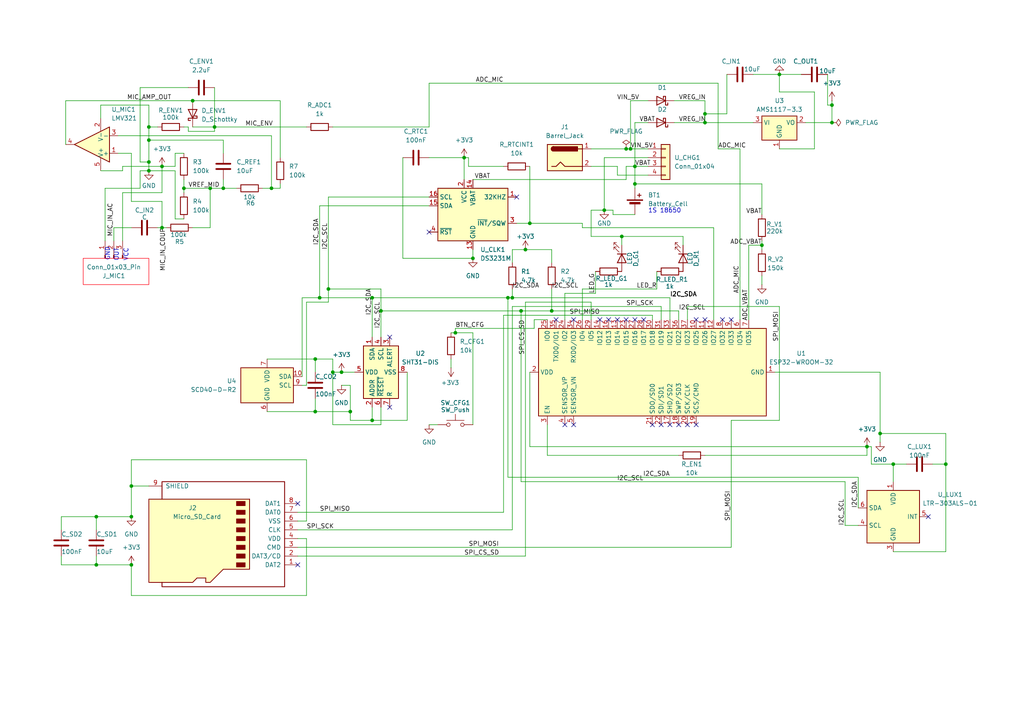
<source format=kicad_sch>
(kicad_sch (version 20250114) (generator "eeschema") (generator_version "9.0")
  (paper "A4")
  (lib_symbols
    (symbol "Amplifier_Operational:LMV321" (pin_names (offset 0.127))
      (property "Reference" "U" (at 0 5.08 0))
      (property "Value" "LMV321" (at 0 -5.08 0))
      (symbol "LMV321_0_1"
        (pin power_in line (at -2.54 7.62 270) (length 3.81) (name "V+") (number "5"))
        (pin power_in line (at -2.54 -7.62 90) (length 3.81) (name "V-") (number "2"))
      )
      (symbol "LMV321_1_1"
        (pin input line (at -7.62 2.54 0) (length 2.54) (name "+") (number "1"))
        (pin input line (at -7.62 -2.54 0) (length 2.54) (name "-") (number "3"))
        (pin output line (at 7.62 0 180) (length 2.54) (name "~") (number "4"))
      )
    )
    (symbol "Connector:Barrel_Jack" (pin_names (offset 1.016))
      (property "Reference" "J" (at 0 5.334 0))
      (property "Value" "Barrel_Jack" (at 0 -5.08 0))
      (symbol "Barrel_Jack_1_1"
        (pin passive line (at 7.62 2.54 180) (length 2.54) (name "~") (number "1"))
        (pin passive line (at 7.62 -2.54 180) (length 2.54) (name "~") (number "2"))
      )
    )
    (symbol "Connector:Conn_01x03_Pin" (pin_names (offset 1.016) (hide yes))
      (property "Reference" "J" (at 0 5.08 0))
      (property "Value" "Conn_01x03_Pin" (at 0 -5.08 0))
      (symbol "Conn_01x03_Pin_1_1"
        (pin passive line (at 5.08 2.54 180) (length 3.81) (name "Pin_1") (number "1"))
        (pin passive line (at 5.08 0 180) (length 3.81) (name "Pin_2") (number "2"))
        (pin passive line (at 5.08 -2.54 180) (length 3.81) (name "Pin_3") (number "3"))
      )
    )
    (symbol "Connector:Micro_SD_Card" (pin_names (offset 1.016))
      (property "Reference" "J" (at -16.51 15.24 0))
      (property "Value" "Micro_SD_Card" (at 16.51 15.24 0))
      (symbol "Micro_SD_Card_1_1"
        (pin bidirectional line (at -22.86 7.62 0) (length 3.81) (name "DAT2") (number "1"))
        (pin bidirectional line (at -22.86 5.08 0) (length 3.81) (name "DAT3/CD") (number "2"))
        (pin input line (at -22.86 2.54 0) (length 3.81) (name "CMD") (number "3"))
        (pin power_in line (at -22.86 0 0) (length 3.81) (name "VDD") (number "4"))
        (pin input line (at -22.86 -2.54 0) (length 3.81) (name "CLK") (number "5"))
        (pin power_in line (at -22.86 -5.08 0) (length 3.81) (name "VSS") (number "6"))
        (pin bidirectional line (at -22.86 -7.62 0) (length 3.81) (name "DAT0") (number "7"))
        (pin bidirectional line (at -22.86 -10.16 0) (length 3.81) (name "DAT1") (number "8"))
        (pin passive line (at 20.32 -15.24 180) (length 3.81) (name "SHIELD") (number "9"))
      )
    )
    (symbol "Connector_Generic:Conn_01x04" (pin_names (offset 1.016) (hide yes))
      (property "Reference" "J" (at 0 5.08 0))
      (property "Value" "Conn_01x04" (at 0 -7.62 0))
      (symbol "Conn_01x04_1_1"
        (pin passive line (at -5.08 2.54 0) (length 3.81) (name "Pin_1") (number "1"))
        (pin passive line (at -5.08 0 0) (length 3.81) (name "Pin_2") (number "2"))
        (pin passive line (at -5.08 -2.54 0) (length 3.81) (name "Pin_3") (number "3"))
        (pin passive line (at -5.08 -5.08 0) (length 3.81) (name "Pin_4") (number "4"))
      )
    )
    (symbol "Device:Battery_Cell" (pin_numbers (hide yes)) (pin_names (offset 0) (hide yes))
      (property "Reference" "BT" (at 2.54 2.54 0))
      (property "Value" "Battery_Cell" (at 2.54 0 0))
      (symbol "Battery_Cell_1_1"
        (pin passive line (at 0 5.08 270) (length 2.54) (name "+") (number "1"))
        (pin passive line (at 0 -2.54 90) (length 2.54) (name "-") (number "2"))
      )
    )
    (symbol "Device:C" (pin_numbers (hide yes)) (pin_names (offset 0.254))
      (property "Reference" "C" (at 0.635 2.54 0))
      (property "Value" "C" (at 0.635 -2.54 0))
      (symbol "C_1_1"
        (pin passive line (at 0 3.81 270) (length 2.794) (name "~") (number "1"))
        (pin passive line (at 0 -3.81 90) (length 2.794) (name "~") (number "2"))
      )
    )
    (symbol "Device:D_Schottky" (pin_numbers (hide yes)) (pin_names (offset 1.016) (hide yes))
      (property "Reference" "D" (at 0 2.54 0))
      (property "Value" "D_Schottky" (at 0 -2.54 0))
      (symbol "D_Schottky_1_1"
        (pin passive line (at -3.81 0 0) (length 2.54) (name "K") (number "1"))
        (pin passive line (at 3.81 0 180) (length 2.54) (name "A") (number "2"))
      )
    )
    (symbol "Device:LED" (pin_numbers (hide yes)) (pin_names (offset 1.016) (hide yes))
      (property "Reference" "D" (at 0 2.54 0))
      (property "Value" "LED" (at 0 -2.54 0))
      (symbol "LED_1_1"
        (pin passive line (at -3.81 0 0) (length 2.54) (name "K") (number "1"))
        (pin passive line (at 3.81 0 180) (length 2.54) (name "A") (number "2"))
      )
    )
    (symbol "Device:R" (pin_numbers (hide yes)) (pin_names (offset 0))
      (property "Reference" "R" (at 2.032 0 90))
      (property "Value" "R" (at 0 0 90))
      (symbol "R_1_1"
        (pin passive line (at 0 3.81 270) (length 1.27) (name "~") (number "1"))
        (pin passive line (at 0 -3.81 90) (length 1.27) (name "~") (number "2"))
      )
    )
    (symbol "RF_Module:ESP32-WROOM-32"
      (property "Reference" "U" (at -12.7 34.29 0))
      (property "Value" "ESP32-WROOM-32" (at 1.27 34.29 0))
      (symbol "ESP32-WROOM-32_1_1"
        (pin input line (at -15.24 30.48 0) (length 2.54) (name "EN") (number "3"))
        (pin input line (at -15.24 25.4 0) (length 2.54) (name "SENSOR_VP") (number "4"))
        (pin input line (at -15.24 22.86 0) (length 2.54) (name "SENSOR_VN") (number "5"))
        (pin bidirectional line (at -15.24 0 0) (length 2.54) (name "SDO/SD0") (number "21"))
        (pin bidirectional line (at -15.24 -2.54 0) (length 2.54) (name "SDI/SD1") (number "22"))
        (pin bidirectional line (at -15.24 -5.08 0) (length 2.54) (name "SHD/SD2") (number "17"))
        (pin bidirectional line (at -15.24 -7.62 0) (length 2.54) (name "SWP/SD3") (number "18"))
        (pin bidirectional line (at -15.24 -10.16 0) (length 2.54) (name "SCK/CLK") (number "20"))
        (pin bidirectional line (at -15.24 -12.7 0) (length 2.54) (name "SCS/CMD") (number "19"))
        (pin no_connect line (at -12.7 -27.94 0) (length 2.54) (hide yes) (name "NC") (number "32"))
        (pin power_in line (at 0 35.56 270) (length 2.54) (name "VDD") (number "2"))
        (pin power_in line (at 0 -35.56 90) (length 2.54) (name "GND") (number "1"))
        (pin passive line (at 0 -35.56 90) (length 2.54) (hide yes) (name "GND") (number "15"))
        (pin passive line (at 0 -35.56 90) (length 2.54) (hide yes) (name "GND") (number "38"))
        (pin passive line (at 0 -35.56 90) (length 2.54) (hide yes) (name "GND") (number "39"))
        (pin bidirectional line (at 15.24 30.48 180) (length 2.54) (name "IO0") (number "25"))
        (pin bidirectional line (at 15.24 27.94 180) (length 2.54) (name "TXD0/IO1") (number "35"))
        (pin bidirectional line (at 15.24 25.4 180) (length 2.54) (name "IO2") (number "24"))
        (pin bidirectional line (at 15.24 22.86 180) (length 2.54) (name "RXD0/IO3") (number "34"))
        (pin bidirectional line (at 15.24 20.32 180) (length 2.54) (name "IO4") (number "26"))
        (pin bidirectional line (at 15.24 17.78 180) (length 2.54) (name "IO5") (number "29"))
        (pin bidirectional line (at 15.24 15.24 180) (length 2.54) (name "IO12") (number "14"))
        (pin bidirectional line (at 15.24 12.7 180) (length 2.54) (name "IO13") (number "16"))
        (pin bidirectional line (at 15.24 10.16 180) (length 2.54) (name "IO14") (number "13"))
        (pin bidirectional line (at 15.24 7.62 180) (length 2.54) (name "IO15") (number "23"))
        (pin bidirectional line (at 15.24 5.08 180) (length 2.54) (name "IO16") (number "27"))
        (pin bidirectional line (at 15.24 2.54 180) (length 2.54) (name "IO17") (number "28"))
        (pin bidirectional line (at 15.24 0 180) (length 2.54) (name "IO18") (number "30"))
        (pin bidirectional line (at 15.24 -2.54 180) (length 2.54) (name "IO19") (number "31"))
        (pin bidirectional line (at 15.24 -5.08 180) (length 2.54) (name "IO21") (number "33"))
        (pin bidirectional line (at 15.24 -7.62 180) (length 2.54) (name "IO22") (number "36"))
        (pin bidirectional line (at 15.24 -10.16 180) (length 2.54) (name "IO23") (number "37"))
        (pin bidirectional line (at 15.24 -12.7 180) (length 2.54) (name "IO25") (number "10"))
        (pin bidirectional line (at 15.24 -15.24 180) (length 2.54) (name "IO26") (number "11"))
        (pin bidirectional line (at 15.24 -17.78 180) (length 2.54) (name "IO27") (number "12"))
        (pin bidirectional line (at 15.24 -20.32 180) (length 2.54) (name "IO32") (number "8"))
        (pin bidirectional line (at 15.24 -22.86 180) (length 2.54) (name "IO33") (number "9"))
        (pin input line (at 15.24 -25.4 180) (length 2.54) (name "IO34") (number "6"))
        (pin input line (at 15.24 -27.94 180) (length 2.54) (name "IO35") (number "7"))
      )
    )
    (symbol "Regulator_Linear:AMS1117-3.3"
      (property "Reference" "U" (at -3.81 3.175 0))
      (property "Value" "AMS1117-3.3" (at 0 3.175 0))
      (symbol "AMS1117-3.3_1_1"
        (pin power_in line (at -7.62 0 0) (length 2.54) (name "VI") (number "3"))
        (pin power_in line (at 0 -7.62 90) (length 2.54) (name "GND") (number "1"))
        (pin power_out line (at 7.62 0 180) (length 2.54) (name "VO") (number "2"))
      )
    )
    (symbol "Sensor_Gas:SCD40-D-R2"
      (property "Reference" "U" (at -7.62 6.35 0))
      (property "Value" "SCD40-D-R2" (at 6.985 6.35 0))
      (symbol "SCD40-D-R2_1_1"
        (pin passive line (at 0 7.62 270) (length 2.54) (hide yes) (name "VDD") (number "19"))
        (pin power_in line (at 0 7.62 270) (length 2.54) (name "VDD") (number "7"))
        (pin passive line (at 0 -7.62 90) (length 2.54) (hide yes) (name "GND") (number "20"))
        (pin passive line (at 0 -7.62 90) (length 2.54) (hide yes) (name "GND") (number "21"))
        (pin power_in line (at 0 -7.62 90) (length 2.54) (name "GND") (number "6"))
        (pin bidirectional line (at 10.16 2.54 180) (length 2.54) (name "SDA") (number "10"))
        (pin input line (at 10.16 0 180) (length 2.54) (name "SCL") (number "9"))
      )
    )
    (symbol "Sensor_Humidity:SHT31-DIS"
      (property "Reference" "U" (at -6.35 6.35 0))
      (property "Value" "SHT31-DIS" (at 6.35 6.35 0))
      (symbol "SHT31-DIS_1_1"
        (pin input line (at -10.16 2.54 0) (length 2.54) (name "ADDR") (number "2"))
        (pin input line (at -10.16 0 0) (length 2.54) (name "~{RESET}") (number "6"))
        (pin passive line (at -10.16 -2.54 0) (length 2.54) (name "R") (number "7"))
        (pin power_in line (at 0 7.62 270) (length 2.54) (name "VDD") (number "5"))
        (pin power_in line (at 0 -7.62 90) (length 2.54) (name "VSS") (number "8"))
        (pin passive line (at 0 -7.62 90) (length 2.54) (hide yes) (name "VSS") (number "9"))
        (pin bidirectional line (at 10.16 2.54 180) (length 2.54) (name "SDA") (number "1"))
        (pin input line (at 10.16 0 180) (length 2.54) (name "SCL") (number "4"))
        (pin output line (at 10.16 -2.54 180) (length 2.54) (name "ALERT") (number "3"))
      )
    )
    (symbol "Sensor_Optical:LTR-303ALS-01"
      (property "Reference" "U" (at -7.62 8.89 0))
      (property "Value" "LTR-303ALS-01" (at 1.27 8.89 0))
      (symbol "LTR-303ALS-01_1_1"
        (pin bidirectional line (at -10.16 2.54 0) (length 2.54) (name "SDA") (number "6"))
        (pin input line (at -10.16 -2.54 0) (length 2.54) (name "SCL") (number "4"))
        (pin power_in line (at 0 10.16 270) (length 2.54) (name "VDD") (number "1"))
        (pin power_in line (at 0 -10.16 90) (length 2.54) (name "GND") (number "3"))
        (pin no_connect line (at 7.62 -2.54 180) (length 2.54) (hide yes) (name "NC") (number "2"))
        (pin open_collector line (at 10.16 0 180) (length 2.54) (name "INT") (number "5"))
      )
    )
    (symbol "Switch:SW_Push" (pin_numbers (hide yes)) (pin_names (offset 1.016) (hide yes))
      (property "Reference" "SW" (at 1.27 2.54 0))
      (property "Value" "SW_Push" (at 0 -1.524 0))
      (symbol "SW_Push_0_1"
        (pin passive line (at -5.08 0 0) (length 2.54) (name "1") (number "1"))
        (pin passive line (at 5.08 0 180) (length 2.54) (name "2") (number "2"))
      )
    )
    (symbol "Timer_RTC:DS3231M"
      (property "Reference" "U" (at -7.62 8.89 0))
      (property "Value" "DS3231M" (at 10.16 8.89 0))
      (symbol "DS3231M_1_1"
        (pin input line (at -12.7 5.08 0) (length 2.54) (name "SCL") (number "16"))
        (pin bidirectional line (at -12.7 2.54 0) (length 2.54) (name "SDA") (number "15"))
        (pin bidirectional line (at -12.7 -5.08 0) (length 2.54) (name "~{RST}") (number "4"))
        (pin power_in line (at -2.54 10.16 270) (length 2.54) (name "VCC") (number "2"))
        (pin power_in line (at 0 10.16 270) (length 2.54) (name "VBAT") (number "14"))
        (pin passive line (at 0 -10.16 90) (length 2.54) (hide yes) (name "GND") (number "10"))
        (pin passive line (at 0 -10.16 90) (length 2.54) (hide yes) (name "GND") (number "11"))
        (pin passive line (at 0 -10.16 90) (length 2.54) (hide yes) (name "GND") (number "12"))
        (pin power_in line (at 0 -10.16 90) (length 2.54) (name "GND") (number "13"))
        (pin passive line (at 0 -10.16 90) (length 2.54) (hide yes) (name "GND") (number "5"))
        (pin passive line (at 0 -10.16 90) (length 2.54) (hide yes) (name "GND") (number "6"))
        (pin passive line (at 0 -10.16 90) (length 2.54) (hide yes) (name "GND") (number "7"))
        (pin passive line (at 0 -10.16 90) (length 2.54) (hide yes) (name "GND") (number "8"))
        (pin passive line (at 0 -10.16 90) (length 2.54) (hide yes) (name "GND") (number "9"))
        (pin open_collector line (at 12.7 5.08 180) (length 2.54) (name "32KHZ") (number "1"))
        (pin open_collector line (at 12.7 -2.54 180) (length 2.54) (name "~{INT}/SQW") (number "3"))
      )
    )
    (symbol "power:+3V3" (power) (pin_numbers (hide yes)) (pin_names (offset 0) (hide yes))
      (property "Value" "+3V3" (at 0 3.556 0))
      (symbol "+3V3_1_1"
        (pin power_in line (at 0 0 90) (length 0) (name "~") (number "1"))
      )
    )
    (symbol "power:GND" (power) (pin_numbers (hide yes)) (pin_names (offset 0) (hide yes))
      (property "Value" "GND" (at 0 -3.81 0))
      (symbol "GND_1_1"
        (pin power_in line (at 0 0 270) (length 0) (name "~") (number "1"))
      )
    )
    (symbol "power:PWR_FLAG" (power) (pin_numbers (hide yes)) (pin_names (offset 0) (hide yes))
      (property "Value" "PWR_FLAG" (at 0 3.81 0))
      (symbol "PWR_FLAG_0_0"
        (pin power_out line (at 0 0 90) (length 0) (name "~") (number "1"))
      )
    )
  )
  (rectangle (start 24.13 74.93) (end 43.18 82.55) (stroke (width 0) (color 255 0 18 1)))
  (text "OUT" (at 33.782 73.914 90) (effects (font (size 1.27 1.27))))
  (text "GND" (at 31.242 73.66 90) (effects (font (size 1.27 1.27))))
  (text "1S 18650" (at 192.786 61.214 0) (effects (font (size 1.27 1.27))))
  (text "VCC" (at 36.576 73.914 90) (effects (font (size 1.27 1.27))))
  (junction (at 241.3 30.48))
  (junction (at 101.6 119.38))
  (junction (at 204.47 35.56))
  (junction (at 53.34 54.61))
  (junction (at 134.62 45.72))
  (junction (at 46.99 48.26))
  (junction (at 43.18 36.83))
  (junction (at 60.96 54.61))
  (junction (at 160.02 90.17))
  (junction (at 180.34 68.58))
  (junction (at 182.88 43.18))
  (junction (at 204.47 33.02))
  (junction (at 43.18 49.53))
  (junction (at 153.67 64.77))
  (junction (at 255.27 125.73))
  (junction (at 259.08 134.62))
  (junction (at 184.15 53.34))
  (junction (at 274.32 134.62))
  (junction (at 38.1 140.97))
  (junction (at 241.3 35.56))
  (junction (at 78.74 54.61))
  (junction (at 152.4 72.39))
  (junction (at 43.18 40.64))
  (junction (at 38.1 163.83))
  (junction (at 38.1 149.86))
  (junction (at 132.08 96.52))
  (junction (at 151.13 90.17))
  (junction (at 27.94 149.86))
  (junction (at 148.59 86.36))
  (junction (at 99.06 107.95))
  (junction (at 62.23 36.83))
  (junction (at 175.26 60.96))
  (junction (at 64.77 54.61))
  (junction (at 43.18 46.99))
  (junction (at 95.25 83.82))
  (junction (at 55.88 29.21))
  (junction (at 27.94 163.83))
  (junction (at 96.52 107.95))
  (junction (at 91.44 104.14))
  (junction (at 107.95 86.36))
  (junction (at 251.46 129.54))
  (junction (at 137.16 74.93))
  (junction (at 226.06 21.59))
  (junction (at 46.99 66.04))
  (junction (at 92.71 86.36))
  (junction (at 91.44 119.38))
  (junction (at 147.32 86.36))
  (junction (at 181.61 43.18))
  (junction (at 184.15 48.26))
  (junction (at 220.98 71.12))
  (junction (at 107.95 121.92))
  (junction (at 110.49 90.17))
  (no_connect (at 166.37 92.71))
  (no_connect (at 173.99 92.71))
  (no_connect (at 113.03 97.79))
  (no_connect (at 189.23 123.19))
  (no_connect (at 204.47 92.71))
  (no_connect (at 199.39 123.19))
  (no_connect (at 201.93 92.71))
  (no_connect (at 186.69 92.71))
  (no_connect (at 176.53 92.71))
  (no_connect (at 113.03 118.11))
  (no_connect (at 201.93 123.19))
  (no_connect (at 194.31 123.19))
  (no_connect (at 124.46 67.31))
  (no_connect (at 191.77 123.19))
  (no_connect (at 179.07 92.71))
  (no_connect (at 196.85 123.19))
  (no_connect (at 86.36 146.05))
  (no_connect (at 86.36 163.83))
  (no_connect (at 149.86 57.15))
  (no_connect (at 209.55 92.71))
  (no_connect (at 163.83 123.19))
  (no_connect (at 269.24 149.86))
  (no_connect (at 181.61 92.71))
  (no_connect (at 166.37 123.19))
  (no_connect (at 184.15 92.71))
  (no_connect (at 161.29 92.71))
  (no_connect (at 212.09 92.71))
  (wire (pts (xy 19.05 29.21) (xy 19.05 41.91)))
  (wire (pts (xy 181.61 43.18) (xy 171.45 43.18)))
  (wire (pts (xy 60.96 66.04) (xy 60.96 54.61)))
  (wire (pts (xy 226.06 26.67) (xy 236.22 26.67)))
  (wire (pts (xy 224.79 107.95) (xy 255.27 107.95)))
  (wire (pts (xy 92.71 59.69) (xy 92.71 86.36)))
  (wire (pts (xy 91.44 115.57) (xy 91.44 119.38)))
  (wire (pts (xy 175.26 60.96) (xy 171.45 60.96)))
  (wire (pts (xy 46.99 66.04) (xy 48.26 66.04)))
  (wire (pts (xy 40.64 54.61) (xy 40.64 49.53)))
  (wire (pts (xy 153.67 129.54) (xy 251.46 129.54)))
  (wire (pts (xy 184.15 48.26) (xy 184.15 53.34)))
  (wire (pts (xy 187.96 45.72) (xy 175.26 45.72)))
  (wire (pts (xy 27.94 163.83) (xy 27.94 161.29)))
  (wire (pts (xy 248.92 152.4) (xy 245.11 152.4)))
  (wire (pts (xy 55.88 36.83) (xy 62.23 36.83)))
  (wire (pts (xy 207.01 66.04) (xy 207.01 92.71)))
  (wire (pts (xy 77.47 104.14) (xy 91.44 104.14)))
  (wire (pts (xy 62.23 36.83) (xy 88.9 36.83)))
  (wire (pts (xy 81.28 53.34) (xy 81.28 54.61)))
  (wire (pts (xy 35.56 69.85) (xy 35.56 55.88)))
  (wire (pts (xy 116.84 45.72) (xy 116.84 74.93)))
  (wire (pts (xy 78.74 54.61) (xy 76.2 54.61)))
  (wire (pts (xy 217.17 71.12) (xy 217.17 92.71)))
  (wire (pts (xy 184.15 53.34) (xy 184.15 54.61)))
  (wire (pts (xy 171.45 87.63) (xy 152.4 87.63)))
  (wire (pts (xy 160.02 90.17) (xy 151.13 90.17)))
  (wire (pts (xy 146.05 91.44) (xy 146.05 148.59)))
  (wire (pts (xy 110.49 83.82) (xy 110.49 90.17)))
  (wire (pts (xy 77.47 119.38) (xy 91.44 119.38)))
  (wire (pts (xy 40.64 49.53) (xy 43.18 49.53)))
  (wire (pts (xy 124.46 45.72) (xy 134.62 45.72)))
  (wire (pts (xy 96.52 123.19) (xy 96.52 107.95)))
  (wire (pts (xy 81.28 54.61) (xy 78.74 54.61)))
  (wire (pts (xy 226.06 121.92) (xy 226.06 88.9)))
  (wire (pts (xy 43.18 46.99) (xy 43.18 49.53)))
  (wire (pts (xy 86.36 153.67) (xy 148.59 153.67)))
  (wire (pts (xy 92.71 86.36) (xy 107.95 86.36)))
  (wire (pts (xy 86.36 156.21) (xy 88.9 156.21)))
  (wire (pts (xy 86.36 161.29) (xy 152.4 161.29)))
  (wire (pts (xy 87.63 86.36) (xy 92.71 86.36)))
  (wire (pts (xy 81.28 45.72) (xy 81.28 29.21)))
  (wire (pts (xy 124.46 59.69) (xy 92.71 59.69)))
  (wire (pts (xy 217.17 71.12) (xy 220.98 71.12)))
  (wire (pts (xy 194.31 86.36) (xy 148.59 86.36)))
  (wire (pts (xy 248.92 147.32) (xy 248.92 138.43)))
  (wire (pts (xy 118.11 121.92) (xy 118.11 107.95)))
  (wire (pts (xy 91.44 104.14) (xy 91.44 107.95)))
  (wire (pts (xy 168.91 83.82) (xy 190.5 83.82)))
  (wire (pts (xy 88.9 111.76) (xy 88.9 87.63)))
  (wire (pts (xy 151.13 90.17) (xy 110.49 90.17)))
  (wire (pts (xy 30.48 69.85) (xy 30.48 54.61)))
  (wire (pts (xy 190.5 78.74) (xy 190.5 83.82)))
  (wire (pts (xy 153.67 107.95) (xy 153.67 129.54)))
  (wire (pts (xy 45.72 66.04) (xy 46.99 66.04)))
  (wire (pts (xy 212.09 158.75) (xy 212.09 121.92)))
  (wire (pts (xy 96.52 107.95) (xy 99.06 107.95)))
  (wire (pts (xy 245.11 139.7) (xy 151.13 139.7)))
  (wire (pts (xy 147.32 138.43) (xy 147.32 86.36)))
  (wire (pts (xy 198.12 68.58) (xy 198.12 71.12)))
  (wire (pts (xy 241.3 30.48) (xy 241.3 35.56)))
  (wire (pts (xy 17.78 149.86) (xy 27.94 149.86)))
  (wire (pts (xy 146.05 48.26) (xy 135.89 48.26)))
  (wire (pts (xy 259.08 160.02) (xy 274.32 160.02)))
  (wire (pts (xy 53.34 54.61) (xy 53.34 55.88)))
  (wire (pts (xy 191.77 88.9) (xy 191.77 92.71)))
  (wire (pts (xy 64.77 54.61) (xy 68.58 54.61)))
  (wire (pts (xy 33.02 66.04) (xy 38.1 66.04)))
  (wire (pts (xy 158.75 92.71) (xy 154.94 92.71)))
  (wire (pts (xy 146.05 91.44) (xy 189.23 91.44)))
  (wire (pts (xy 204.47 35.56) (xy 204.47 33.02)))
  (wire (pts (xy 171.45 48.26) (xy 179.07 48.26)))
  (wire (pts (xy 214.63 43.18) (xy 214.63 92.71)))
  (wire (pts (xy 208.28 24.13) (xy 124.46 24.13)))
  (wire (pts (xy 148.59 153.67) (xy 148.59 88.9)))
  (wire (pts (xy 194.31 86.36) (xy 194.31 92.71)))
  (wire (pts (xy 43.18 49.53) (xy 50.8 49.53)))
  (wire (pts (xy 87.63 109.22) (xy 87.63 86.36)))
  (wire (pts (xy 53.34 54.61) (xy 60.96 54.61)))
  (wire (pts (xy 99.06 111.76) (xy 101.6 111.76)))
  (wire (pts (xy 43.18 30.48) (xy 29.21 30.48)))
  (wire (pts (xy 204.47 132.08) (xy 251.46 132.08)))
  (wire (pts (xy 110.49 118.11) (xy 110.49 123.19)))
  (wire (pts (xy 204.47 29.21) (xy 204.47 33.02)))
  (wire (pts (xy 148.59 72.39) (xy 148.59 76.2)))
  (wire (pts (xy 54.61 36.83) (xy 54.61 38.1)))
  (wire (pts (xy 274.32 160.02) (xy 274.32 134.62)))
  (wire (pts (xy 182.88 43.18) (xy 187.96 43.18)))
  (wire (pts (xy 43.18 40.64) (xy 43.18 46.99)))
  (wire (pts (xy 220.98 53.34) (xy 184.15 53.34)))
  (wire (pts (xy 179.07 50.8) (xy 179.07 48.26)))
  (wire (pts (xy 29.21 30.48) (xy 29.21 34.29)))
  (wire (pts (xy 88.9 172.72) (xy 38.1 172.72)))
  (wire (pts (xy 88.9 156.21) (xy 88.9 172.72)))
  (wire (pts (xy 137.16 52.07) (xy 181.61 52.07)))
  (wire (pts (xy 135.89 48.26) (xy 135.89 45.72)))
  (wire (pts (xy 46.99 48.26) (xy 50.8 48.26)))
  (wire (pts (xy 53.34 36.83) (xy 54.61 36.83)))
  (wire (pts (xy 17.78 163.83) (xy 17.78 161.29)))
  (wire (pts (xy 251.46 132.08) (xy 251.46 129.54)))
  (wire (pts (xy 38.1 140.97) (xy 38.1 149.86)))
  (wire (pts (xy 153.67 48.26) (xy 153.67 64.77)))
  (wire (pts (xy 95.25 87.63) (xy 95.25 83.82)))
  (wire (pts (xy 88.9 133.35) (xy 38.1 133.35)))
  (wire (pts (xy 54.61 25.4) (xy 40.64 25.4)))
  (wire (pts (xy 95.25 83.82) (xy 110.49 83.82)))
  (wire (pts (xy 245.11 152.4) (xy 245.11 139.7)))
  (wire (pts (xy 40.64 46.99) (xy 43.18 46.99)))
  (wire (pts (xy 182.88 29.21) (xy 182.88 43.18)))
  (wire (pts (xy 38.1 133.35) (xy 38.1 140.97)))
  (wire (pts (xy 220.98 71.12) (xy 220.98 72.39)))
  (wire (pts (xy 171.45 68.58) (xy 180.34 68.58)))
  (wire (pts (xy 184.15 48.26) (xy 187.96 48.26)))
  (wire (pts (xy 101.6 119.38) (xy 101.6 121.92)))
  (wire (pts (xy 101.6 111.76) (xy 101.6 119.38)))
  (wire (pts (xy 152.4 72.39) (xy 148.59 72.39)))
  (wire (pts (xy 64.77 44.45) (xy 64.77 40.64)))
  (wire (pts (xy 218.44 21.59) (xy 226.06 21.59)))
  (wire (pts (xy 87.63 111.76) (xy 88.9 111.76)))
  (wire (pts (xy 64.77 52.07) (xy 64.77 54.61)))
  (wire (pts (xy 27.94 163.83) (xy 17.78 163.83)))
  (wire (pts (xy 132.08 96.52) (xy 132.08 95.25)))
  (wire (pts (xy 38.1 163.83) (xy 27.94 163.83)))
  (wire (pts (xy 160.02 72.39) (xy 152.4 72.39)))
  (wire (pts (xy 252.73 129.54) (xy 251.46 129.54)))
  (wire (pts (xy 226.06 21.59) (xy 226.06 26.67)))
  (wire (pts (xy 30.48 54.61) (xy 40.64 54.61)))
  (wire (pts (xy 210.82 33.02) (xy 210.82 21.59)))
  (wire (pts (xy 180.34 68.58) (xy 180.34 71.12)))
  (wire (pts (xy 236.22 26.67) (xy 236.22 43.18)))
  (wire (pts (xy 182.88 29.21) (xy 187.96 29.21)))
  (wire (pts (xy 134.62 45.72) (xy 134.62 52.07)))
  (wire (pts (xy 158.75 132.08) (xy 196.85 132.08)))
  (wire (pts (xy 54.61 38.1) (xy 62.23 38.1)))
  (wire (pts (xy 132.08 96.52) (xy 137.16 96.52)))
  (wire (pts (xy 60.96 54.61) (xy 64.77 54.61)))
  (wire (pts (xy 240.03 21.59) (xy 240.03 30.48)))
  (wire (pts (xy 86.36 151.13) (xy 88.9 151.13)))
  (wire (pts (xy 43.18 36.83) (xy 45.72 36.83)))
  (wire (pts (xy 110.49 90.17) (xy 110.49 97.79)))
  (wire (pts (xy 40.64 25.4) (xy 40.64 46.99)))
  (wire (pts (xy 130.81 104.14) (xy 130.81 106.68)))
  (wire (pts (xy 43.18 36.83) (xy 43.18 40.64)))
  (wire (pts (xy 220.98 69.85) (xy 220.98 71.12)))
  (wire (pts (xy 91.44 104.14) (xy 96.52 104.14)))
  (wire (pts (xy 196.85 90.17) (xy 160.02 90.17)))
  (wire (pts (xy 148.59 88.9) (xy 191.77 88.9)))
  (wire (pts (xy 124.46 24.13) (xy 124.46 36.83)))
  (wire (pts (xy 55.88 66.04) (xy 60.96 66.04)))
  (wire (pts (xy 132.08 95.25) (xy 154.94 95.25)))
  (wire (pts (xy 274.32 125.73) (xy 274.32 134.62)))
  (wire (pts (xy 171.45 92.71) (xy 171.45 87.63)))
  (wire (pts (xy 171.45 60.96) (xy 171.45 68.58)))
  (wire (pts (xy 91.44 119.38) (xy 101.6 119.38)))
  (wire (pts (xy 208.28 43.18) (xy 208.28 24.13)))
  (wire (pts (xy 184.15 62.23) (xy 177.8 62.23)))
  (wire (pts (xy 86.36 158.75) (xy 212.09 158.75)))
  (wire (pts (xy 33.02 66.04) (xy 33.02 69.85)))
  (wire (pts (xy 255.27 125.73) (xy 255.27 128.27)))
  (wire (pts (xy 19.05 29.21) (xy 55.88 29.21)))
  (wire (pts (xy 175.26 45.72) (xy 175.26 60.96)))
  (wire (pts (xy 181.61 52.07) (xy 181.61 48.26)))
  (wire (pts (xy 160.02 83.82) (xy 160.02 90.17)))
  (wire (pts (xy 259.08 134.62) (xy 252.73 134.62)))
  (wire (pts (xy 50.8 48.26) (xy 50.8 44.45)))
  (wire (pts (xy 168.91 66.04) (xy 207.01 66.04)))
  (wire (pts (xy 172.72 78.74) (xy 172.72 85.09)))
  (wire (pts (xy 212.09 121.92) (xy 226.06 121.92)))
  (wire (pts (xy 46.99 66.04) (xy 46.99 58.42)))
  (wire (pts (xy 148.59 86.36) (xy 147.32 86.36)))
  (wire (pts (xy 226.06 21.59) (xy 232.41 21.59)))
  (wire (pts (xy 160.02 76.2) (xy 160.02 72.39)))
  (wire (pts (xy 195.58 29.21) (xy 204.47 29.21)))
  (wire (pts (xy 38.1 44.45) (xy 34.29 44.45)))
  (wire (pts (xy 88.9 151.13) (xy 88.9 133.35)))
  (wire (pts (xy 34.29 39.37) (xy 78.74 39.37)))
  (wire (pts (xy 64.77 40.64) (xy 43.18 40.64)))
  (wire (pts (xy 181.61 48.26) (xy 184.15 48.26)))
  (wire (pts (xy 107.95 121.92) (xy 118.11 121.92)))
  (wire (pts (xy 168.91 64.77) (xy 168.91 66.04)))
  (wire (pts (xy 226.06 88.9) (xy 199.39 88.9)))
  (wire (pts (xy 220.98 82.55) (xy 220.98 80.01)))
  (wire (pts (xy 195.58 35.56) (xy 204.47 35.56)))
  (wire (pts (xy 255.27 107.95) (xy 255.27 125.73)))
  (wire (pts (xy 62.23 25.4) (xy 62.23 36.83)))
  (wire (pts (xy 252.73 134.62) (xy 252.73 129.54)))
  (wire (pts (xy 259.08 139.7) (xy 259.08 134.62)))
  (wire (pts (xy 204.47 35.56) (xy 218.44 35.56)))
  (wire (pts (xy 107.95 86.36) (xy 147.32 86.36)))
  (wire (pts (xy 46.99 55.88) (xy 46.99 48.26)))
  (wire (pts (xy 220.98 53.34) (xy 220.98 62.23)))
  (wire (pts (xy 38.1 149.86) (xy 27.94 149.86)))
  (wire (pts (xy 107.95 86.36) (xy 107.95 97.79)))
  (wire (pts (xy 99.06 107.95) (xy 102.87 107.95)))
  (wire (pts (xy 55.88 29.21) (xy 81.28 29.21)))
  (wire (pts (xy 43.18 30.48) (xy 43.18 36.83)))
  (wire (pts (xy 148.59 83.82) (xy 148.59 86.36)))
  (wire (pts (xy 184.15 35.56) (xy 187.96 35.56)))
  (wire (pts (xy 199.39 88.9) (xy 199.39 92.71)))
  (wire (pts (xy 248.92 138.43) (xy 147.32 138.43)))
  (wire (pts (xy 177.8 62.23) (xy 177.8 60.96)))
  (wire (pts (xy 35.56 48.26) (xy 46.99 48.26)))
  (wire (pts (xy 259.08 134.62) (xy 262.89 134.62)))
  (wire (pts (xy 177.8 60.96) (xy 175.26 60.96)))
  (wire (pts (xy 236.22 43.18) (xy 226.06 43.18)))
  (wire (pts (xy 189.23 91.44) (xy 189.23 92.71)))
  (wire (pts (xy 46.99 58.42) (xy 38.1 58.42)))
  (wire (pts (xy 35.56 48.26) (xy 35.56 49.53)))
  (wire (pts (xy 152.4 87.63) (xy 152.4 161.29)))
  (wire (pts (xy 130.81 96.52) (xy 132.08 96.52)))
  (wire (pts (xy 53.34 52.07) (xy 53.34 54.61)))
  (wire (pts (xy 180.34 68.58) (xy 198.12 68.58)))
  (wire (pts (xy 62.23 38.1) (xy 62.23 36.83)))
  (wire (pts (xy 35.56 55.88) (xy 46.99 55.88)))
  (wire (pts (xy 233.68 35.56) (xy 241.3 35.56)))
  (wire (pts (xy 101.6 121.92) (xy 107.95 121.92)))
  (wire (pts (xy 35.56 49.53) (xy 29.21 49.53)))
  (wire (pts (xy 151.13 139.7) (xy 151.13 90.17)))
  (wire (pts (xy 124.46 123.19) (xy 127 123.19)))
  (wire (pts (xy 187.96 50.8) (xy 179.07 50.8)))
  (wire (pts (xy 241.3 30.48) (xy 240.03 30.48)))
  (wire (pts (xy 38.1 140.97) (xy 43.18 140.97)))
  (wire (pts (xy 27.94 149.86) (xy 27.94 153.67)))
  (wire (pts (xy 96.52 104.14) (xy 96.52 107.95)))
  (wire (pts (xy 196.85 90.17) (xy 196.85 92.71)))
  (wire (pts (xy 210.82 33.02) (xy 204.47 33.02)))
  (wire (pts (xy 50.8 44.45) (xy 53.34 44.45)))
  (wire (pts (xy 137.16 72.39) (xy 137.16 74.93)))
  (wire (pts (xy 107.95 118.11) (xy 107.95 121.92)))
  (wire (pts (xy 168.91 92.71) (xy 168.91 83.82)))
  (wire (pts (xy 149.86 64.77) (xy 153.67 64.77)))
  (wire (pts (xy 154.94 92.71) (xy 154.94 95.25)))
  (wire (pts (xy 163.83 92.71) (xy 163.83 85.09)))
  (wire (pts (xy 88.9 87.63) (xy 95.25 87.63)))
  (wire (pts (xy 255.27 125.73) (xy 274.32 125.73)))
  (wire (pts (xy 95.25 57.15) (xy 95.25 83.82)))
  (wire (pts (xy 137.16 96.52) (xy 137.16 123.19)))
  (wire (pts (xy 86.36 148.59) (xy 146.05 148.59)))
  (wire (pts (xy 270.51 134.62) (xy 274.32 134.62)))
  (wire (pts (xy 124.46 57.15) (xy 95.25 57.15)))
  (wire (pts (xy 110.49 123.19) (xy 96.52 123.19)))
  (wire (pts (xy 17.78 153.67) (xy 17.78 149.86)))
  (wire (pts (xy 38.1 58.42) (xy 38.1 44.45)))
  (wire (pts (xy 50.8 63.5) (xy 53.34 63.5)))
  (wire (pts (xy 38.1 172.72) (xy 38.1 163.83)))
  (wire (pts (xy 137.16 74.93) (xy 116.84 74.93)))
  (wire (pts (xy 163.83 85.09) (xy 172.72 85.09)))
  (wire (pts (xy 50.8 49.53) (xy 50.8 63.5)))
  (wire (pts (xy 214.63 43.18) (xy 208.28 43.18)))
  (wire (pts (xy 241.3 29.21) (xy 241.3 30.48)))
  (wire (pts (xy 135.89 45.72) (xy 134.62 45.72)))
  (wire (pts (xy 158.75 123.19) (xy 158.75 132.08)))
  (wire (pts (xy 182.88 43.18) (xy 181.61 43.18)))
  (wire (pts (xy 124.46 36.83) (xy 96.52 36.83)))
  (wire (pts (xy 184.15 35.56) (xy 184.15 48.26)))
  (wire (pts (xy 153.67 64.77) (xy 168.91 64.77)))
  (wire (pts (xy 78.74 39.37) (xy 78.74 54.61)))
  (label "VREF_MID" (at 54.61 54.61 0))
  (label "ADC_VBAT" (at 217.17 83.82 270))
  (label "ADC_MIC" (at 208.28 43.18 0))
  (label "VIN_5V" (at 182.88 43.18 0))
  (label "SPI_MOSI" (at 226.06 99.06 90))
  (label "MIC_AMP_OUT" (at 36.83 29.21 0))
  (label "I2C_SCL" (at 196.85 90.17 0))
  (label "I2C_SDA" (at 194.31 86.36 0))
  (label "VBAT" (at 220.98 62.23 180))
  (label "SPI_CS_SD" (at 134.62 161.29 0))
  (label "ADC_VBAT" (at 220.98 71.12 180))
  (label "VREG_IN" (at 196.85 35.56 0))
  (label "I2C_SDA" (at 194.31 86.36 0))
  (label "I2C_SDA" (at 92.71 71.12 90))
  (label "I2C_SCL" (at 245.11 152.4 90))
  (label "SPI_MOSI" (at 212.09 151.13 90))
  (label "I2C_SDA" (at 194.31 86.36 0))
  (label "SPI_MOSI" (at 135.89 158.75 0))
  (label "ADC_MIC" (at 214.63 85.09 90))
  (label "SPI_CS_SD" (at 152.4 92.71 270))
  (label "I2C_SCL" (at 186.69 139.7 180))
  (label "I2C_SDA" (at 248.92 147.32 90))
  (label "I2C_SCL" (at 110.49 95.25 90))
  (label "MIC_IN_AC" (at 33.02 68.58 90))
  (label "I2C_SDA" (at 107.95 91.44 90))
  (label "ADC_MIC" (at 146.05 24.13 180))
  (label "I2C_SDA" (at 194.31 86.36 0))
  (label "I2C_SCL" (at 95.25 72.39 90))
  (label "VREG_IN" (at 196.85 29.21 0))
  (label "LED_R" (at 190.5 83.82 180))
  (label "BTN_CFG" (at 132.08 95.25 0))
  (label "SPI_SCK" (at 88.9 153.67 0))
  (label "MIC_IN_COUP" (at 48.26 66.04 270))
  (label "I2C_SCL" (at 160.02 83.82 0))
  (label "I2C_SDA" (at 194.31 138.43 180))
  (label "LED_G" (at 172.72 85.09 90))
  (label "VBAT" (at 142.24 52.07 180))
  (label "SPI_MISO" (at 173.99 91.44 180))
  (label "SPI_MISO" (at 92.71 148.59 0))
  (label "MIC_ENV" (at 71.12 36.83 0))
  (label "VBAT" (at 185.42 35.56 0))
  (label "SPI_SCK" (at 181.61 88.9 0))
  (label "VIN_5V" (at 185.42 29.21 180))
  (label "VBAT" (at 184.15 48.26 0))
  (label "I2C_SDA" (at 148.59 83.82 0))
  (symbol (lib_id "Regulator_Linear:AMS1117-3.3") (at 226.06 35.56 0) (unit 1)
    (property "Reference" "U3" (at 226.06 29.21 0))
    (property "Value" "AMS1117-3.3" (at 226.06 31.75 0))
    (property "Footprint" "Package_TO_SOT_SMD:SOT-223-3_TabPin2" (effects (hide yes)))
    (property "Datasheet" "http://www.advanced-monolithic.com/pdf/ds1117.pdf" (effects (hide yes)))
    (property "Description" "1A Low Dropout regulator, positive, 3.3V fixed output, SOT-223" (effects (hide yes)))
  )
  (symbol (lib_id "Device:D_Schottky") (at 191.77 35.56 180) (unit 1)
    (property "Reference" "D2" (at 192.0875 31.75 0))
    (property "Value" "D_Schottky" (effects (hide yes)))
    (property "Footprint" "Diode_SMD:D_0201_0603Metric" (effects (hide yes)))
    (property "Description" "Schottky diode" (effects (hide yes)))
  )
  (symbol (lib_id "Connector:Micro_SD_Card") (at 63.5 156.21 180) (unit 1)
    (property "Reference" "J2" (at 55.88 147.32 0))
    (property "Value" "Micro_SD_Card" (at 57.15 149.86 0))
    (property "Footprint" "Connector_Card:microSD_HC_Molex_104031-0811" (effects (hide yes)))
    (property "Datasheet" "https://www.we-online.com/components/products/datasheet/693072010801.pdf" (effects (hide yes)))
    (property "Description" "Micro SD Card Socket" (effects (hide yes)))
  )
  (symbol (lib_id "Device:C") (at 64.77 48.26 0) (unit 1)
    (property "Reference" "C_REF1" (at 68.58 46.9899 0) (effects (justify left)))
    (property "Value" "10uF" (at 68.58 49.5299 0) (effects (justify left)))
    (property "Footprint" "Capacitor_SMD:C_0201_0603Metric" (effects (hide yes)))
    (property "Description" "Unpolarized capacitor" (effects (hide yes)))
  )
  (symbol (lib_id "Device:R") (at 130.81 100.33 0) (unit 1)
    (property "Reference" "R_CFG1" (at 133.35 99.0599 0) (effects (justify left)))
    (property "Value" "10k" (at 133.35 101.5999 0) (effects (justify left)))
    (property "Footprint" "Resistor_SMD:R_0201_0603Metric" (effects (hide yes)))
    (property "Description" "Resistor" (effects (hide yes)))
  )
  (symbol (lib_id "Amplifier_Operational:LMV321") (at 26.67 41.91 180) (unit 1)
    (property "Reference" "U_MIC1" (at 32.3281 31.75 0) (effects (justify right)))
    (property "Value" "LMV321" (at 32.3281 34.29 0) (effects (justify right)))
    (property "Footprint" "Package_TO_SOT_SMD:SOT-23-5" (effects (hide yes)))
    (property "Datasheet" "http://www.ti.com/lit/ds/symlink/lmv324.pdf" (effects (hide yes)))
    (property "Description" "Low-Voltage Rail-to-Rail Output Operational Amplifiers, SOT-23-5/SC-70-5" (effects (hide yes)))
  )
  (symbol (lib_id "Device:R") (at 92.71 36.83 90) (unit 1)
    (property "Reference" "R_ADC1" (at 92.71 30.48 90))
    (property "Value" "1k" (at 92.71 33.02 90))
    (property "Footprint" "Resistor_SMD:R_0201_0603Metric" (effects (hide yes)))
    (property "Description" "Resistor" (effects (hide yes)))
  )
  (symbol (lib_id "Device:R") (at 49.53 36.83 90) (unit 1)
    (property "Reference" "R_ENV1" (at 49.53 32.004 90))
    (property "Value" "100k" (at 49.53 34.036 90))
    (property "Footprint" "Resistor_SMD:R_0201_0603Metric" (effects (hide yes)))
    (property "Description" "Resistor" (effects (hide yes)))
  )
  (symbol (lib_id "power:GND") (at 43.18 49.53 0) (unit 1)
    (property "Reference" "#PWR015" (effects (hide yes)))
    (property "Value" "GND" (at 43.18 53.848 0))
    (property "Description" "Power symbol creates a global label with name \"GND\" , ground" (effects (hide yes)))
  )
  (symbol (lib_id "Device:R") (at 160.02 80.01 0) (unit 1)
    (property "Reference" "R2" (at 162.56 78.7399 0) (effects (justify left)))
    (property "Value" "4.7k" (at 162.56 81.2799 0) (effects (justify left)))
    (property "Footprint" "Resistor_SMD:R_0201_0603Metric" (effects (hide yes)))
    (property "Description" "Resistor" (effects (hide yes)))
  )
  (symbol (lib_id "power:+3V3") (at 130.81 106.68 180) (unit 1)
    (property "Reference" "#PWR016" (effects (hide yes)))
    (property "Value" "+3V3" (at 130.556 110.998 0))
    (property "Description" "Power symbol creates a global label with name \"+3V3\"" (effects (hide yes)))
  )
  (symbol (lib_id "power:+3V3") (at 251.46 129.54 0) (unit 1)
    (property "Reference" "#PWR02" (effects (hide yes)))
    (property "Value" "+3V3" (at 251.46 124.46 0))
    (property "Description" "Power symbol creates a global label with name \"+3V3\"" (effects (hide yes)))
  )
  (symbol (lib_id "Connector:Conn_01x03_Pin") (at 33.02 74.93 90) (unit 1)
    (property "Reference" "J_MIC1" (at 33.02 80.01 90))
    (property "Value" "Conn_01x03_Pin" (at 33.02 77.47 90))
    (property "Footprint" "Connector_PinHeader_2.54mm:PinHeader_1x04_P2.54mm_Vertical" (effects (hide yes)))
    (property "Description" "Generic connector, single row, 01x03, script generated" (effects (hide yes)))
  )
  (symbol (lib_id "Device:LED") (at 198.12 74.93 270) (unit 1)
    (property "Reference" "D_R1" (at 201.93 74.93 0))
    (property "Value" "LED" (at 200.152 74.93 0))
    (property "Footprint" "LED_SMD:LED_0201_0603Metric" (effects (hide yes)))
    (property "Description" "Light emitting diode" (effects (hide yes)))
    (property "Sim.Pins" "1=K 2=A" (effects (hide yes)))
  )
  (symbol (lib_id "Device:C") (at 236.22 21.59 90) (unit 1)
    (property "Reference" "C_OUT1" (at 233.68 17.78 90))
    (property "Value" "10uF" (at 240.03 20.574 90))
    (property "Footprint" "Capacitor_SMD:C_0201_0603Metric" (effects (hide yes)))
    (property "Description" "Unpolarized capacitor" (effects (hide yes)))
  )
  (symbol (lib_id "power:+3V3") (at 241.3 29.21 0) (unit 1)
    (property "Reference" "#PWR07" (effects (hide yes)))
    (property "Value" "+3V3" (at 241.3 24.13 0))
    (property "Description" "Power symbol creates a global label with name \"+3V3\"" (effects (hide yes)))
  )
  (symbol (lib_id "Connector_Generic:Conn_01x04") (at 193.04 45.72 0) (unit 1)
    (property "Reference" "U_CHG1" (at 195.58 45.7199 0) (effects (justify left)))
    (property "Value" "Conn_01x04" (at 195.58 48.2599 0) (effects (justify left)))
    (property "Footprint" "Connector_PinHeader_2.54mm:PinHeader_1x04_P2.54mm_Vertical" (effects (hide yes)))
    (property "Description" "Generic connector, single row, 01x04, script generated (kicad-library-utils/schlib/autogen/connector/)" (effects (hide yes)))
  )
  (symbol (lib_id "Device:C") (at 58.42 25.4 90) (unit 1)
    (property "Reference" "C_ENV1" (at 58.42 17.78 90))
    (property "Value" "2.2uF" (at 58.42 20.32 90))
    (property "Footprint" "Capacitor_SMD:C_0201_0603Metric" (effects (hide yes)))
    (property "Description" "Unpolarized capacitor" (effects (hide yes)))
  )
  (symbol (lib_id "power:GND") (at 226.06 21.59 180) (unit 1)
    (property "Reference" "#PWR09" (effects (hide yes)))
    (property "Value" "GND" (at 226.06 17.78 0))
    (property "Description" "Power symbol creates a global label with name \"GND\" , ground" (effects (hide yes)))
  )
  (symbol (lib_id "Timer_RTC:DS3231M") (at 137.16 62.23 0) (unit 1)
    (property "Reference" "U_CLK1" (at 139.3033 72.39 0) (effects (justify left)))
    (property "Value" "DS3231M" (at 139.3033 74.93 0) (effects (justify left)))
    (property "Footprint" "Package_SO:SOIC-16W_7.5x10.3mm_P1.27mm" (effects (hide yes)))
    (property "Datasheet" "http://datasheets.maximintegrated.com/en/ds/DS3231.pdf" (effects (hide yes)))
    (property "Description" "Extremely Accurate I2C-Integrated RTC/TCXO/Crystal SOIC-16" (effects (hide yes)))
  )
  (symbol (lib_id "power:GND") (at 38.1 149.86 0) (unit 1)
    (property "Reference" "#PWR012" (effects (hide yes)))
    (property "Value" "GND" (at 38.1 154.94 0))
    (property "Description" "Power symbol creates a global label with name \"GND\" , ground" (effects (hide yes)))
  )
  (symbol (lib_id "Device:D_Schottky") (at 55.88 33.02 90) (unit 1)
    (property "Reference" "D_ENV1" (at 58.42 32.0674 90) (effects (justify right)))
    (property "Value" "D_Schottky" (at 58.42 34.6074 90) (effects (justify right)))
    (property "Footprint" "Diode_SMD:D_0201_0603Metric" (effects (hide yes)))
    (property "Description" "Schottky diode" (effects (hide yes)))
  )
  (symbol (lib_id "Sensor_Optical:LTR-303ALS-01") (at 259.08 149.86 0) (unit 1)
    (property "Reference" "U_LUX1" (at 275.59 143.4398 0))
    (property "Value" "LTR-303ALS-01" (at 275.59 145.9798 0))
    (property "Footprint" "OptoDevice:Lite-On_LTR-303ALS-01" (effects (hide yes)))
    (property "Datasheet" "https://optoelectronics.liteon.com/upload/download/DS86-2013-0004/LTR-303ALS-01_DS_V1.pdf" (effects (hide yes)))
    (property "Description" "ambient light sensor, i2c interface, 0.01 to 64k lux, 2.4-3.6V" (effects (hide yes)))
  )
  (symbol (lib_id "power:GND") (at 137.16 74.93 0) (unit 1)
    (property "Reference" "#PWR011" (effects (hide yes)))
    (property "Value" "GND" (at 137.16 80.01 0))
    (property "Description" "Power symbol creates a global label with name \"GND\" , ground" (effects (hide yes)))
  )
  (symbol (lib_id "Device:R") (at 52.07 66.04 270) (unit 1)
    (property "Reference" "R5" (at 52.07 70.104 90))
    (property "Value" "100k" (at 51.816 68.072 90))
    (property "Footprint" "Resistor_SMD:R_0201_0603Metric" (effects (hide yes)))
    (property "Description" "Resistor" (effects (hide yes)))
  )
  (symbol (lib_id "Device:R") (at 72.39 54.61 90) (unit 1)
    (property "Reference" "R6" (at 72.644 58.928 90))
    (property "Value" "10k" (at 72.39 57.15 90))
    (property "Footprint" "Resistor_SMD:R_0201_0603Metric" (effects (hide yes)))
    (property "Description" "Resistor" (effects (hide yes)))
  )
  (symbol (lib_id "Device:R") (at 200.66 132.08 270) (unit 1)
    (property "Reference" "R_EN1" (at 200.66 134.62 90))
    (property "Value" "10k" (at 200.66 137.16 90))
    (property "Footprint" "Resistor_SMD:R_0201_0603Metric" (effects (hide yes)))
    (property "Description" "Resistor" (effects (hide yes)))
  )
  (symbol (lib_id "Device:Battery_Cell") (at 184.15 59.69 0) (unit 1)
    (property "Reference" "BT1" (at 187.96 56.5784 0) (effects (justify left)))
    (property "Value" "Battery_Cell" (at 187.96 59.1184 0) (effects (justify left)))
    (property "Footprint" "Battery:BatteryHolder_MPD_BH-18650-PC" (effects (hide yes)))
    (property "Description" "Single-cell battery" (effects (hide yes)))
  )
  (symbol (lib_id "Device:C") (at 214.63 21.59 270) (unit 1)
    (property "Reference" "C_IN1" (at 212.09 17.78 90))
    (property "Value" "10uF" (at 218.186 20.066 90))
    (property "Footprint" "Capacitor_SMD:C_0201_0603Metric" (effects (hide yes)))
    (property "Description" "Unpolarized capacitor" (effects (hide yes)))
  )
  (symbol (lib_id "Device:LED") (at 180.34 74.93 270) (unit 1)
    (property "Reference" "D_G1" (at 184.404 74.93 0))
    (property "Value" "LED" (at 182.626 74.93 0))
    (property "Footprint" "LED_SMD:LED_0201_0603Metric" (effects (hide yes)))
    (property "Description" "Light emitting diode" (effects (hide yes)))
    (property "Sim.Pins" "1=K 2=A" (effects (hide yes)))
  )
  (symbol (lib_id "power:+3V3") (at 134.62 45.72 0) (unit 1)
    (property "Reference" "#PWR08" (effects (hide yes)))
    (property "Value" "+3V3" (at 134.62 40.64 0))
    (property "Description" "Power symbol creates a global label with name \"+3V3\"" (effects (hide yes)))
  )
  (symbol (lib_id "Device:R") (at 53.34 59.69 0) (unit 1)
    (property "Reference" "R4" (at 55.88 58.4199 0) (effects (justify left)))
    (property "Value" "100k" (at 55.88 60.9599 0) (effects (justify left)))
    (property "Footprint" "Resistor_SMD:R_0201_0603Metric" (effects (hide yes)))
    (property "Description" "Resistor" (effects (hide yes)))
  )
  (symbol (lib_id "Device:R") (at 194.31 78.74 270) (unit 1)
    (property "Reference" "R_LED_R1" (at 190.246 81.026 90) (effects (justify left)))
    (property "Value" "1k" (at 193.04 83.058 90) (effects (justify left)))
    (property "Footprint" "Resistor_SMD:R_0201_0603Metric" (effects (hide yes)))
    (property "Description" "Resistor" (effects (hide yes)))
  )
  (symbol (lib_id "Device:C") (at 27.94 157.48 0) (unit 1)
    (property "Reference" "C_SD1" (at 27.94 154.94 0) (effects (justify left)))
    (property "Value" "10uF" (at 27.94 160.02 0) (effects (justify left)))
    (property "Footprint" "Capacitor_SMD:C_0201_0603Metric" (effects (hide yes)))
    (property "Description" "Unpolarized capacitor" (effects (hide yes)))
  )
  (symbol (lib_id "power:GND") (at 255.27 128.27 0) (unit 1)
    (property "Reference" "#PWR01" (effects (hide yes)))
    (property "Value" "GND" (at 255.27 133.35 0))
    (property "Description" "Power symbol creates a global label with name \"GND\" , ground" (effects (hide yes)))
  )
  (symbol (lib_id "Switch:SW_Push") (at 132.08 123.19 0) (unit 1)
    (property "Reference" "SW_CFG1" (at 132.08 116.84 0))
    (property "Value" "SW_Push" (at 132.08 118.872 0))
    (property "Footprint" "Button_Switch_SMD:SW_SPST_PTS645Sx43SMTR92" (effects (hide yes)))
    (property "Description" "Push button switch, generic, two pins" (effects (hide yes)))
  )
  (symbol (lib_id "Device:D_Schottky") (at 191.77 29.21 180) (unit 1)
    (property "Reference" "D1" (at 192.0875 25.4 0))
    (property "Value" "D_Schottky" (effects (hide yes)))
    (property "Footprint" "Diode_SMD:D_0201_0603Metric" (effects (hide yes)))
    (property "Description" "Schottky diode" (effects (hide yes)))
  )
  (symbol (lib_id "power:GND") (at 99.06 111.76 0) (unit 1)
    (property "Reference" "#PWR04" (effects (hide yes)))
    (property "Value" "GND" (at 99.06 116.84 0))
    (property "Description" "Power symbol creates a global label with name \"GND\" , ground" (effects (hide yes)))
  )
  (symbol (lib_id "Device:C") (at 17.78 157.48 0) (unit 1)
    (property "Reference" "C_SD2" (at 17.78 154.94 0) (effects (justify left)))
    (property "Value" "100nF" (at 17.78 160.02 0) (effects (justify left)))
    (property "Footprint" "Capacitor_SMD:C_0201_0603Metric" (effects (hide yes)))
    (property "Description" "Unpolarized capacitor" (effects (hide yes)))
  )
  (symbol (lib_id "Device:R") (at 148.59 80.01 0) (unit 1)
    (property "Reference" "R1" (at 151.13 78.7399 0) (effects (justify left)))
    (property "Value" "4.7k" (at 151.13 81.2799 0) (effects (justify left)))
    (property "Footprint" "Resistor_SMD:R_0201_0603Metric" (effects (hide yes)))
    (property "Description" "Resistor" (effects (hide yes)))
  )
  (symbol (lib_id "power:GND") (at 124.46 123.19 0) (unit 1)
    (property "Reference" "#PWR017" (effects (hide yes)))
    (property "Value" "GND" (at 124.46 128.27 0))
    (property "Description" "Power symbol creates a global label with name \"GND\" , ground" (effects (hide yes)))
  )
  (symbol (lib_id "Sensor_Gas:SCD40-D-R2") (at 77.47 111.76 0) (unit 1)
    (property "Reference" "U4" (at 68.58 110.4899 0) (effects (justify right)))
    (property "Value" "SCD40-D-R2" (at 68.58 113.0299 0) (effects (justify right)))
    (property "Footprint" "Sensor:Sensirion_SCD4x-1EP_10.1x10.1mm_P1.25mm_EP4.8x4.8mm" (effects (hide yes)))
    (property "Datasheet" "https://sensirion.com/media/documents/E0F04247/631EF271/CD_DS_SCD40_SCD41_Datasheet_D1.pdf" (effects (hide yes)))
    (property "Description" "Photoacoustic CO2 sensor, 40 000 ppm, I2C, 2.4-5.5 V, Base accuracy  400 - 2000 ppm" (effects (hide yes)))
  )
  (symbol (lib_id "Device:R") (at 81.28 49.53 0) (unit 1)
    (property "Reference" "R7" (at 83.82 48.2599 0) (effects (justify left)))
    (property "Value" "100k" (at 83.82 50.7999 0) (effects (justify left)))
    (property "Footprint" "Resistor_SMD:R_0201_0603Metric" (effects (hide yes)))
    (property "Description" "Resistor" (effects (hide yes)))
  )
  (symbol (lib_id "Device:R") (at 220.98 76.2 0) (unit 1)
    (property "Reference" "R_V2" (at 222.504 75.184 0) (effects (justify left)))
    (property "Value" "150k" (at 222.504 77.724 0) (effects (justify left)))
    (property "Footprint" "Resistor_SMD:R_0201_0603Metric" (effects (hide yes)))
    (property "Description" "Resistor" (effects (hide yes)))
  )
  (symbol (lib_id "power:+3V3") (at 152.4 72.39 0) (unit 1)
    (property "Reference" "#PWR05" (effects (hide yes)))
    (property "Value" "+3V3" (at 152.4 68.58 0))
    (property "Description" "Power symbol creates a global label with name \"+3V3\"" (effects (hide yes)))
  )
  (symbol (lib_id "Device:R") (at 53.34 48.26 0) (unit 1)
    (property "Reference" "R3" (at 55.88 46.9899 0) (effects (justify left)))
    (property "Value" "100k" (at 55.88 49.5299 0) (effects (justify left)))
    (property "Footprint" "Resistor_SMD:R_0201_0603Metric" (effects (hide yes)))
    (property "Description" "Resistor" (effects (hide yes)))
  )
  (symbol (lib_id "Device:C") (at 120.65 45.72 90) (unit 1)
    (property "Reference" "C_RTC1" (at 120.65 38.1 90))
    (property "Value" "100nF" (at 120.65 40.64 90))
    (property "Footprint" "Capacitor_SMD:C_0201_0603Metric" (effects (hide yes)))
    (property "Description" "Unpolarized capacitor" (effects (hide yes)))
  )
  (symbol (lib_id "Device:C") (at 41.91 66.04 270) (unit 1)
    (property "Reference" "C_IN2" (at 41.91 60.96 90))
    (property "Value" "C" (at 41.91 62.992 90))
    (property "Footprint" "Capacitor_SMD:C_0201_0603Metric" (effects (hide yes)))
    (property "Description" "Unpolarized capacitor" (effects (hide yes)))
  )
  (symbol (lib_id "power:+3V3") (at 99.06 107.95 0) (unit 1)
    (property "Reference" "#PWR03" (effects (hide yes)))
    (property "Value" "+3V3" (at 99.06 102.87 0))
    (property "Description" "Power symbol creates a global label with name \"+3V3\"" (effects (hide yes)))
  )
  (symbol (lib_id "Device:C") (at 91.44 111.76 0) (unit 1)
    (property "Reference" "C_CO2" (at 91.44 109.22 0) (effects (justify left)))
    (property "Value" "100nF" (at 91.44 114.3 0) (effects (justify left)))
    (property "Footprint" "Capacitor_SMD:C_0201_0603Metric" (effects (hide yes)))
    (property "Description" "Unpolarized capacitor" (effects (hide yes)))
  )
  (symbol (lib_id "Device:R") (at 149.86 48.26 90) (unit 1)
    (property "Reference" "R_RTCINT1" (at 149.86 41.91 90))
    (property "Value" "10k" (at 149.86 44.45 90))
    (property "Footprint" "Resistor_SMD:R_0201_0603Metric" (effects (hide yes)))
    (property "Description" "Resistor" (effects (hide yes)))
  )
  (symbol (lib_id "Device:R") (at 220.98 66.04 0) (unit 1)
    (property "Reference" "R_V1" (at 222.25 65.024 0) (effects (justify left)))
    (property "Value" "220k" (at 222.25 67.056 0) (effects (justify left)))
    (property "Footprint" "Resistor_SMD:R_0201_0603Metric" (effects (hide yes)))
    (property "Description" "Resistor" (effects (hide yes)))
  )
  (symbol (lib_id "RF_Module:ESP32-WROOM-32") (at 189.23 107.95 90) (unit 1)
    (property "Reference" "U1" (at 232.41 102.5046 90))
    (property "Value" "ESP32-WROOM-32" (at 232.41 105.0446 90))
    (property "Footprint" "RF_Module:ESP32-WROOM-32" (effects (hide yes)))
    (property "Datasheet" "https://www.espressif.com/sites/default/files/documentation/esp32-wroom-32_datasheet_en.pdf" (effects (hide yes)))
    (property "Description" "RF Module, ESP32-D0WDQ6 SoC, Wi-Fi 802.11b/g/n, Bluetooth, BLE, 32-bit, 2.7-3.6V, onboard antenna, SMD" (effects (hide yes)))
  )
  (symbol (lib_id "power:PWR_FLAG") (at 181.61 43.18 0) (unit 1)
    (property "Reference" "#FLG01" (effects (hide yes)))
    (property "Value" "PWR_FLAG" (at 181.61 38.1 0))
    (property "Description" "Special symbol for telling ERC where power comes from" (effects (hide yes)))
  )
  (symbol (lib_id "power:GND") (at 175.26 60.96 0) (unit 1)
    (property "Reference" "#PWR06" (effects (hide yes)))
    (property "Value" "GND" (at 175.26 64.77 0))
    (property "Description" "Power symbol creates a global label with name \"GND\" , ground" (effects (hide yes)))
  )
  (symbol (lib_id "power:+3V3") (at 46.99 48.26 0) (unit 1)
    (property "Reference" "#PWR014" (effects (hide yes)))
    (property "Value" "+3V3" (at 46.99 43.18 0))
    (property "Description" "Power symbol creates a global label with name \"+3V3\"" (effects (hide yes)))
  )
  (symbol (lib_id "Device:C") (at 266.7 134.62 90) (unit 1)
    (property "Reference" "C_LUX1" (at 266.7 129.54 90))
    (property "Value" "100nF" (at 266.7 132.08 90))
    (property "Footprint" "Capacitor_SMD:C_0201_0603Metric" (effects (hide yes)))
    (property "Description" "Unpolarized capacitor" (effects (hide yes)))
  )
  (symbol (lib_id "Connector:Barrel_Jack") (at 163.83 45.72 0) (unit 1)
    (property "Reference" "J1" (at 163.83 36.83 0))
    (property "Value" "Barrel_Jack" (at 163.83 39.37 0))
    (property "Footprint" "Connector_BarrelJack:BarrelJack_Horizontal" (effects (hide yes)))
    (property "Description" "DC Barrel Jack" (effects (hide yes)))
  )
  (symbol (lib_id "power:GND") (at 220.98 82.55 0) (unit 1)
    (property "Reference" "#PWR010" (effects (hide yes)))
    (property "Value" "GND" (at 220.98 87.63 0))
    (property "Description" "Power symbol creates a global label with name \"GND\" , ground" (effects (hide yes)))
  )
  (symbol (lib_id "power:+3V3") (at 38.1 163.83 0) (unit 1)
    (property "Reference" "#PWR013" (effects (hide yes)))
    (property "Value" "+3V3" (at 38.1 158.75 0))
    (property "Description" "Power symbol creates a global label with name \"+3V3\"" (effects (hide yes)))
  )
  (symbol (lib_id "power:PWR_FLAG") (at 241.3 35.56 270) (unit 1)
    (property "Reference" "#FLG02" (effects (hide yes)))
    (property "Value" "PWR_FLAG" (at 245.11 35.5599 90) (effects (justify left)))
    (property "Description" "Special symbol for telling ERC where power comes from" (effects (hide yes)))
  )
  (symbol (lib_id "Sensor_Humidity:SHT31-DIS") (at 110.49 107.95 90) (unit 1)
    (property "Reference" "U2" (at 121.92 102.5046 90))
    (property "Value" "SHT31-DIS" (at 121.92 105.0446 90))
    (property "Footprint" "Sensor_Humidity:Sensirion_DFN-8-1EP_2.5x2.5mm_P0.5mm_EP1.1x1.7mm" (effects (hide yes)))
    (property "Datasheet" "https://www.sensirion.com/fileadmin/user_upload/customers/sensirion/Dokumente/2_Humidity_Sensors/Datasheets/Sensirion_Humidity_Sensors_SHT3x_Datasheet_digital.pdf" (effects (hide yes)))
    (property "Description" "I²C humidity and temperature sensor, ±2%RH, ±0.2°C, DFN-8" (effects (hide yes)))
  )
  (symbol (lib_id "Device:R") (at 176.53 78.74 270) (unit 1)
    (property "Reference" "R_LED_G1" (at 172.72 80.772 90) (effects (justify left)))
    (property "Value" "1k" (at 175.26 82.55 90) (effects (justify left)))
    (property "Footprint" "Resistor_SMD:R_0201_0603Metric" (effects (hide yes)))
    (property "Description" "Resistor" (effects (hide yes)))
  )
)
</source>
